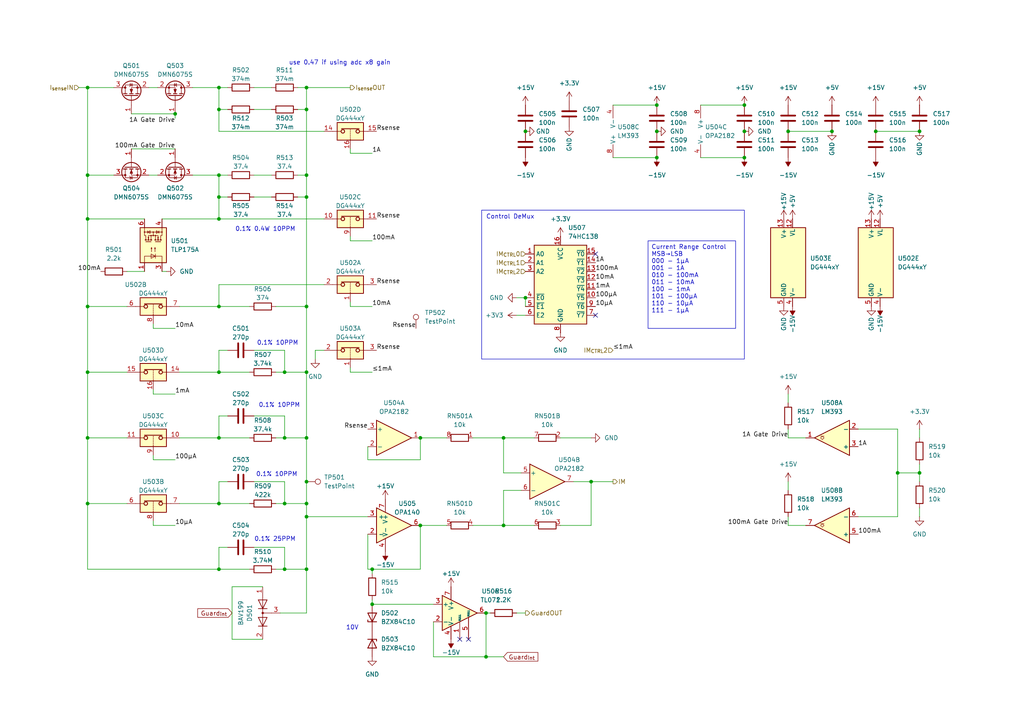
<source format=kicad_sch>
(kicad_sch (version 20231120) (generator "eeschema") (generator_version "8.0")
  (paper "A4")
  (title_block (title "DSMU A1 - Main Analogue Board, Current Ranging") (rev "DRAFT 1") (company "Fuckup Industries"))
  (junction (at 63.5 127))
  (junction (at 50.8 33.02))
  (junction (at 25.4 127))
  (junction (at 88.9 139.7))
  (junction (at 25.4 50.8))
  (junction (at 140.97 177.8))
  (junction (at 25.4 107.95))
  (junction (at 82.55 107.95))
  (junction (at 88.9 25.4))
  (junction (at 190.5 45.72))
  (junction (at 107.95 165.1))
  (junction (at 121.92 152.4))
  (junction (at 190.5 38.1))
  (junction (at 82.55 165.1))
  (junction (at 88.9 50.8))
  (junction (at 241.3 38.1))
  (junction (at 228.6 38.1))
  (junction (at 25.4 25.4))
  (junction (at 63.5 25.4))
  (junction (at 63.5 57.15))
  (junction (at 63.5 107.95))
  (junction (at 63.5 63.5))
  (junction (at 88.9 165.1))
  (junction (at 25.4 88.9))
  (junction (at 254 38.1))
  (junction (at 121.92 127))
  (junction (at 88.9 149.86))
  (junction (at 171.45 139.7))
  (junction (at 88.9 57.15))
  (junction (at 82.55 146.05))
  (junction (at 215.9 38.1))
  (junction (at 63.5 50.8))
  (junction (at 266.7 137.16))
  (junction (at 88.9 88.9))
  (junction (at 266.7 38.1))
  (junction (at 152.4 86.36))
  (junction (at 88.9 127))
  (junction (at 63.5 31.75))
  (junction (at 82.55 127))
  (junction (at 146.05 152.4))
  (junction (at 260.35 137.16))
  (junction (at 88.9 31.75))
  (junction (at 63.5 165.1))
  (junction (at 215.9 30.48))
  (junction (at 25.4 63.5))
  (junction (at 25.4 146.05))
  (junction (at 88.9 107.95))
  (junction (at 107.95 175.26))
  (junction (at 63.5 146.05))
  (junction (at 146.05 127))
  (junction (at 63.5 88.9))
  (junction (at 152.4 38.1))
  (junction (at 140.97 190.5))
  (junction (at 215.9 45.72))
  (junction (at 190.5 30.48))
  (junction (at 88.9 146.05))
  (no_connect (at 172.72 91.44))
  (no_connect (at 135.89 185.42))
  (no_connect (at 133.35 185.42))
  (no_connect (at 172.72 73.66))
  (wire (pts (xy 266.7 147.32) (xy 266.7 149.86)))
  (wire (pts (xy 63.5 50.8) (xy 63.5 57.15)))
  (wire (pts (xy 73.66 25.4) (xy 78.74 25.4)))
  (wire (pts (xy 86.36 25.4) (xy 88.9 25.4)))
  (wire (pts (xy 25.4 63.5) (xy 25.4 88.9)))
  (wire (pts (xy 67.31 185.42) (xy 76.2 185.42)))
  (wire (pts (xy 63.5 57.15) (xy 66.04 57.15)))
  (wire (pts (xy 55.88 25.4) (xy 63.5 25.4)))
  (wire (pts (xy 146.05 127) (xy 154.94 127)))
  (wire (pts (xy 91.44 101.6) (xy 93.98 101.6)))
  (wire (pts (xy 81.28 177.8) (xy 88.9 177.8)))
  (wire (pts (xy 106.68 129.54) (xy 106.68 133.35)))
  (wire (pts (xy 73.66 31.75) (xy 78.74 31.75)))
  (wire (pts (xy 63.5 63.5) (xy 63.5 57.15)))
  (wire (pts (xy 101.6 44.45) (xy 101.6 43.18)))
  (wire (pts (xy 125.73 180.34) (xy 125.73 190.5)))
  (wire (pts (xy 73.66 101.6) (xy 82.55 101.6)))
  (wire (pts (xy 146.05 142.24) (xy 146.05 152.4)))
  (wire (pts (xy 91.44 104.14) (xy 91.44 101.6)))
  (wire (pts (xy 228.6 114.3) (xy 228.6 116.84)))
  (wire (pts (xy 101.6 88.9) (xy 101.6 87.63)))
  (wire (pts (xy 140.97 190.5) (xy 146.05 190.5)))
  (wire (pts (xy 107.95 44.45) (xy 101.6 44.45)))
  (wire (pts (xy 82.55 120.65) (xy 82.55 127)))
  (wire (pts (xy 88.9 107.95) (xy 88.9 127)))
  (wire (pts (xy 63.5 38.1) (xy 93.98 38.1)))
  (wire (pts (xy 52.07 146.05) (xy 63.5 146.05)))
  (wire (pts (xy 88.9 57.15) (xy 88.9 88.9)))
  (wire (pts (xy 36.83 78.74) (xy 41.91 78.74)))
  (wire (pts (xy 25.4 127) (xy 25.4 146.05)))
  (wire (pts (xy 137.16 152.4) (xy 146.05 152.4)))
  (wire (pts (xy 76.2 170.18) (xy 67.31 170.18)))
  (wire (pts (xy 88.9 31.75) (xy 86.36 31.75)))
  (wire (pts (xy 63.5 101.6) (xy 66.04 101.6)))
  (wire (pts (xy 44.45 152.4) (xy 50.8 152.4)))
  (wire (pts (xy 82.55 127) (xy 88.9 127)))
  (wire (pts (xy 254 38.1) (xy 266.7 38.1)))
  (wire (pts (xy 63.5 127) (xy 63.5 120.65)))
  (wire (pts (xy 107.95 175.26) (xy 107.95 173.99)))
  (wire (pts (xy 25.4 25.4) (xy 25.4 50.8)))
  (wire (pts (xy 63.5 146.05) (xy 63.5 139.7)))
  (wire (pts (xy 88.9 25.4) (xy 88.9 31.75)))
  (wire (pts (xy 82.55 158.75) (xy 82.55 165.1)))
  (wire (pts (xy 25.4 50.8) (xy 33.02 50.8)))
  (wire (pts (xy 44.45 151.13) (xy 44.45 152.4)))
  (wire (pts (xy 146.05 127) (xy 146.05 137.16)))
  (wire (pts (xy 106.68 154.94) (xy 106.68 165.1)))
  (wire (pts (xy 50.8 95.25) (xy 44.45 95.25)))
  (wire (pts (xy 63.5 120.65) (xy 66.04 120.65)))
  (wire (pts (xy 266.7 134.62) (xy 266.7 137.16)))
  (wire (pts (xy 25.4 146.05) (xy 36.83 146.05)))
  (wire (pts (xy 82.55 146.05) (xy 80.01 146.05)))
  (wire (pts (xy 121.92 127) (xy 129.54 127)))
  (wire (pts (xy 63.5 107.95) (xy 72.39 107.95)))
  (wire (pts (xy 88.9 127) (xy 88.9 139.7)))
  (wire (pts (xy 25.4 165.1) (xy 63.5 165.1)))
  (wire (pts (xy 25.4 63.5) (xy 41.91 63.5)))
  (wire (pts (xy 107.95 88.9) (xy 101.6 88.9)))
  (wire (pts (xy 25.4 127) (xy 36.83 127)))
  (wire (pts (xy 25.4 107.95) (xy 25.4 127)))
  (wire (pts (xy 106.68 165.1) (xy 107.95 165.1)))
  (wire (pts (xy 25.4 25.4) (xy 33.02 25.4)))
  (wire (pts (xy 88.9 50.8) (xy 88.9 57.15)))
  (wire (pts (xy 228.6 127) (xy 233.68 127)))
  (wire (pts (xy 171.45 139.7) (xy 171.45 152.4)))
  (wire (pts (xy 203.2 30.48) (xy 215.9 30.48)))
  (wire (pts (xy 63.5 146.05) (xy 72.39 146.05)))
  (wire (pts (xy 38.1 33.02) (xy 50.8 33.02)))
  (wire (pts (xy 88.9 165.1) (xy 88.9 177.8)))
  (wire (pts (xy 228.6 152.4) (xy 233.68 152.4)))
  (wire (pts (xy 45.72 25.4) (xy 43.18 25.4)))
  (wire (pts (xy 171.45 139.7) (xy 177.8 139.7)))
  (wire (pts (xy 106.68 133.35) (xy 121.92 133.35)))
  (wire (pts (xy 152.4 86.36) (xy 152.4 88.9)))
  (wire (pts (xy 52.07 107.95) (xy 63.5 107.95)))
  (wire (pts (xy 63.5 31.75) (xy 63.5 38.1)))
  (wire (pts (xy 22.86 25.4) (xy 25.4 25.4)))
  (wire (pts (xy 45.72 50.8) (xy 43.18 50.8)))
  (wire (pts (xy 63.5 158.75) (xy 66.04 158.75)))
  (wire (pts (xy 63.5 25.4) (xy 63.5 31.75)))
  (wire (pts (xy 228.6 139.7) (xy 228.6 142.24)))
  (wire (pts (xy 260.35 137.16) (xy 266.7 137.16)))
  (wire (pts (xy 107.95 165.1) (xy 107.95 166.37)))
  (wire (pts (xy 121.92 152.4) (xy 129.54 152.4)))
  (wire (pts (xy 50.8 34.29) (xy 50.8 33.02)))
  (wire (pts (xy 260.35 137.16) (xy 260.35 149.86)))
  (wire (pts (xy 50.8 114.3) (xy 44.45 114.3)))
  (wire (pts (xy 93.98 82.55) (xy 63.5 82.55)))
  (wire (pts (xy 46.99 63.5) (xy 63.5 63.5)))
  (wire (pts (xy 73.66 50.8) (xy 78.74 50.8)))
  (wire (pts (xy 48.26 78.74) (xy 46.99 78.74)))
  (wire (pts (xy 88.9 88.9) (xy 88.9 107.95)))
  (wire (pts (xy 63.5 165.1) (xy 72.39 165.1)))
  (wire (pts (xy 177.8 30.48) (xy 190.5 30.48)))
  (wire (pts (xy 88.9 149.86) (xy 106.68 149.86)))
  (wire (pts (xy 67.31 170.18) (xy 67.31 185.42)))
  (wire (pts (xy 125.73 190.5) (xy 140.97 190.5)))
  (wire (pts (xy 82.55 107.95) (xy 88.9 107.95)))
  (wire (pts (xy 44.45 133.35) (xy 44.45 132.08)))
  (wire (pts (xy 82.55 146.05) (xy 88.9 146.05)))
  (wire (pts (xy 151.13 142.24) (xy 146.05 142.24)))
  (wire (pts (xy 44.45 114.3) (xy 44.45 113.03)))
  (wire (pts (xy 82.55 101.6) (xy 82.55 107.95)))
  (wire (pts (xy 162.56 152.4) (xy 171.45 152.4)))
  (wire (pts (xy 73.66 139.7) (xy 82.55 139.7)))
  (wire (pts (xy 149.86 91.44) (xy 152.4 91.44)))
  (wire (pts (xy 146.05 152.4) (xy 154.94 152.4)))
  (wire (pts (xy 63.5 158.75) (xy 63.5 165.1)))
  (wire (pts (xy 107.95 165.1) (xy 121.92 165.1)))
  (wire (pts (xy 82.55 139.7) (xy 82.55 146.05)))
  (wire (pts (xy 121.92 133.35) (xy 121.92 127)))
  (wire (pts (xy 260.35 149.86) (xy 248.92 149.86)))
  (wire (pts (xy 101.6 69.85) (xy 101.6 68.58)))
  (wire (pts (xy 149.86 177.8) (xy 152.4 177.8)))
  (wire (pts (xy 88.9 165.1) (xy 82.55 165.1)))
  (wire (pts (xy 73.66 158.75) (xy 82.55 158.75)))
  (wire (pts (xy 101.6 25.4) (xy 88.9 25.4)))
  (wire (pts (xy 25.4 146.05) (xy 25.4 165.1)))
  (wire (pts (xy 52.07 127) (xy 63.5 127)))
  (wire (pts (xy 25.4 50.8) (xy 25.4 63.5)))
  (wire (pts (xy 101.6 107.95) (xy 107.95 107.95)))
  (wire (pts (xy 137.16 127) (xy 146.05 127)))
  (wire (pts (xy 266.7 124.46) (xy 266.7 127)))
  (wire (pts (xy 228.6 149.86) (xy 228.6 152.4)))
  (wire (pts (xy 266.7 137.16) (xy 266.7 139.7)))
  (wire (pts (xy 107.95 69.85) (xy 101.6 69.85)))
  (wire (pts (xy 140.97 190.5) (xy 140.97 177.8)))
  (wire (pts (xy 248.92 124.46) (xy 260.35 124.46)))
  (wire (pts (xy 140.97 177.8) (xy 142.24 177.8)))
  (wire (pts (xy 203.2 45.72) (xy 215.9 45.72)))
  (wire (pts (xy 166.37 139.7) (xy 171.45 139.7)))
  (wire (pts (xy 73.66 57.15) (xy 78.74 57.15)))
  (wire (pts (xy 86.36 50.8) (xy 88.9 50.8)))
  (wire (pts (xy 25.4 88.9) (xy 25.4 107.95)))
  (wire (pts (xy 228.6 124.46) (xy 228.6 127)))
  (wire (pts (xy 88.9 149.86) (xy 88.9 165.1)))
  (wire (pts (xy 63.5 82.55) (xy 63.5 88.9)))
  (wire (pts (xy 66.04 50.8) (xy 63.5 50.8)))
  (wire (pts (xy 86.36 57.15) (xy 88.9 57.15)))
  (wire (pts (xy 25.4 107.95) (xy 36.83 107.95)))
  (wire (pts (xy 63.5 25.4) (xy 66.04 25.4)))
  (wire (pts (xy 88.9 31.75) (xy 88.9 50.8)))
  (wire (pts (xy 50.8 133.35) (xy 44.45 133.35)))
  (wire (pts (xy 63.5 127) (xy 72.39 127)))
  (wire (pts (xy 63.5 88.9) (xy 72.39 88.9)))
  (wire (pts (xy 149.86 86.36) (xy 152.4 86.36)))
  (wire (pts (xy 151.13 137.16) (xy 146.05 137.16)))
  (wire (pts (xy 101.6 107.95) (xy 101.6 106.68)))
  (wire (pts (xy 52.07 88.9) (xy 63.5 88.9)))
  (wire (pts (xy 63.5 63.5) (xy 93.98 63.5)))
  (wire (pts (xy 82.55 107.95) (xy 80.01 107.95)))
  (wire (pts (xy 88.9 139.7) (xy 88.9 146.05)))
  (wire (pts (xy 82.55 127) (xy 80.01 127)))
  (wire (pts (xy 177.8 45.72) (xy 190.5 45.72)))
  (wire (pts (xy 73.66 120.65) (xy 82.55 120.65)))
  (wire (pts (xy 44.45 95.25) (xy 44.45 93.98)))
  (wire (pts (xy 25.4 88.9) (xy 36.83 88.9)))
  (wire (pts (xy 162.56 127) (xy 171.45 127)))
  (wire (pts (xy 55.88 50.8) (xy 63.5 50.8)))
  (wire (pts (xy 38.1 43.18) (xy 50.8 43.18)))
  (wire (pts (xy 88.9 146.05) (xy 88.9 149.86)))
  (wire (pts (xy 63.5 139.7) (xy 66.04 139.7)))
  (wire (pts (xy 228.6 38.1) (xy 241.3 38.1)))
  (wire (pts (xy 80.01 88.9) (xy 88.9 88.9)))
  (wire (pts (xy 260.35 124.46) (xy 260.35 137.16)))
  (wire (pts (xy 80.01 165.1) (xy 82.55 165.1)))
  (wire (pts (xy 63.5 107.95) (xy 63.5 101.6)))
  (wire (pts (xy 63.5 31.75) (xy 66.04 31.75)))
  (wire (pts (xy 121.92 152.4) (xy 121.92 165.1)))
  (wire (pts (xy 125.73 175.26) (xy 107.95 175.26)))
  (rectangle (start 139.7 60.96) (end 215.9 104.14))
  (text_box "Current Range Control\nMSB→LSB\n000 - 1µA\n001 - 1A\n010 - 100mA\n011 - 10mA\n100 - 1mA\n101 - 100µA\n110 - 10µA\n111 - 1µA" (at 187.96 69.85 0) (size 25.4 25.4) (effects (font (size 1.27 1.27)) (justify left top)))
  (text "use 0.47 if using adc x8 gain\n" (at 98.552 18.288 0) (effects (font (size 1.27 1.27))))
  (text "0.1% 0.4W 10PPM\n" (at 76.962 66.548 0) (effects (font (size 1.27 1.27))))
  (text "Control DeMux" (at 140.97 62.23 0) (effects (font (size 1.27 1.27)) (justify left top)))
  (text "0.1% 10PPM\n" (at 80.518 99.568 0) (effects (font (size 1.27 1.27))))
  (text "0.1% 10PPM\n" (at 81.026 117.602 0) (effects (font (size 1.27 1.27))))
  (text "10V\n" (at 100.33 182.88 0) (effects (font (size 1.27 1.27)) (justify left bottom)))
  (text "0.1% 10PPM\n" (at 80.264 137.668 0) (effects (font (size 1.27 1.27))))
  (text "0.1% 25PPM\n" (at 79.756 156.464 0) (effects (font (size 1.27 1.27))))
  (label "100mA" (at 172.72 78.74 0))
  (label "Rsense" (at 109.22 38.1 0))
  (label "Rsense" (at 120.65 95.25 180))
  (label "100µA" (at 50.8 133.35 0))
  (label "100mA" (at 248.92 154.94 0))
  (label "10µA" (at 172.72 88.9 0))
  (label "Rsense" (at 106.68 124.46 180))
  (label "100mA" (at 29.21 78.74 180))
  (label "Rsense" (at 109.22 101.6 0))
  (label "1A" (at 248.92 129.54 0))
  (label "1mA" (at 50.8 114.3 0))
  (label "Rsense" (at 109.22 82.55 0))
  (label "1mA" (at 172.72 83.82 0))
  (label "100µA" (at 172.72 86.36 0))
  (label "100mA Gate Drive" (at 50.8 43.18 180))
  (label "1A Gate Drive" (at 50.8 34.29 180))
  (label "1A Gate Drive" (at 228.6 127 180))
  (label "10mA" (at 50.8 95.25 0))
  (label "≤1mA" (at 177.8 101.6 0))
  (label "10mA" (at 107.95 88.9 0))
  (label "≤1mA" (at 107.95 107.95 0))
  (label "1A" (at 172.72 76.2 0))
  (label "10mA" (at 172.72 81.28 0))
  (label "100mA Gate Drive" (at 228.6 152.4 180))
  (label "10µA" (at 50.8 152.4 0))
  (label "1A" (at 107.95 44.45 0))
  (label "Rsense" (at 109.22 63.5 0))
  (label "100mA" (at 107.95 69.85 0))
  (global_label "Guard_{int}" (shape input) (at 146.05 190.5 0) (property "Intersheetrefs" "${INTERSHEET_REFS}" (effects (hide yes))))
  (global_label "Guard_{int}" (shape input) (at 67.31 177.8 180) (property "Intersheetrefs" "${INTERSHEET_REFS}" (effects (hide yes))))
  (hierarchical_label "IM_{CTRL}0" (shape input) (at 152.4 73.66 180))
  (hierarchical_label "IM" (shape output) (at 177.8 139.7 0))
  (hierarchical_label "I_{sense}IN" (shape input) (at 22.86 25.4 180))
  (hierarchical_label "IM_{CTRL}2" (shape input) (at 177.8 101.6 180))
  (hierarchical_label "I_{sense}OUT" (shape output) (at 101.6 25.4 0))
  (hierarchical_label "GuardOUT" (shape output) (at 152.4 177.8 0))
  (hierarchical_label "IM_{CTRL}2" (shape input) (at 152.4 78.74 180))
  (hierarchical_label "IM_{CTRL}1" (shape input) (at 152.4 76.2 180))
  (symbol (lib_id "Transistor_FET:DMN6075S") (at 50.8 27.94 270) (mirror x) (unit 1)
    (property "Reference" "Q503" (at 50.8 19.05 90))
    (property "Value" "DMN6075S" (at 50.8 21.59 90))
    (property "Footprint" "Package_TO_SOT_SMD:SOT-23" (effects (hide yes)))
    (property "Datasheet" "http://www.diodes.com/assets/Datasheets/DMN6075S.pdf" (effects (hide yes)))
    (property "Description" "2.5A Id, 60V Vds, N-Channel MOSFET, SOT-23" (effects (hide yes)))
  )
  (symbol (lib_id "Device:C") (at 152.4 34.29 0) (unit 1)
    (property "Reference" "C505" (at 156.21 33.02 0) (effects (justify left)))
    (property "Value" "100n" (at 156.21 35.56 0) (effects (justify left)))
    (property "Footprint" "Capacitor_SMD:C_0603_1608Metric" (effects (hide yes)))
  )
  (symbol (lib_id "Device:C") (at 241.3 34.29 0) (unit 1)
    (property "Reference" "C514" (at 245.11 33.02 0) (effects (justify left)))
    (property "Value" "100n" (at 245.11 35.56 0) (effects (justify left)))
    (property "Footprint" "Capacitor_SMD:C_0603_1608Metric" (effects (hide yes)))
  )
  (symbol (lib_id "power:GND") (at 171.45 127 90) (unit 1)
    (property "Reference" "#PWR0517" (effects (hide yes)))
    (property "Value" "GND" (at 175.26 127 90) (effects (justify right)))
  )
  (symbol (lib_id "power:+15V") (at 190.5 30.48 0) (unit 1)
    (property "Reference" "#PWR0518" (effects (hide yes)))
    (property "Value" "+15V" (at 190.5 25.4 0))
  )
  (symbol (lib_id "Device:C") (at 69.85 158.75 90) (unit 1)
    (property "Reference" "C504" (at 69.85 152.4 90))
    (property "Value" "270p" (at 69.85 154.94 90))
    (property "Footprint" "Capacitor_SMD:C_0805_2012Metric" (effects (hide yes)))
  )
  (symbol (lib_id "Device:R") (at 82.55 31.75 90) (mirror x) (unit 1)
    (property "Reference" "R512" (at 69.85 34.29 90))
    (property "Value" "374m" (at 82.55 36.83 90))
    (property "Footprint" "Resistor_SMD:R_1206_3216Metric" (effects (hide yes)))
  )
  (symbol (lib_id "power:GND") (at 152.4 38.1 90) (unit 1)
    (property "Reference" "#PWR0511" (effects (hide yes)))
    (property "Value" "GND" (at 157.48 38.1 90))
  )
  (symbol (lib_id "power:GND") (at 266.7 38.1 0) (unit 1)
    (property "Reference" "#PWR0541" (effects (hide yes)))
    (property "Value" "GND" (at 266.7 43.18 90))
  )
  (symbol (lib_id "power:GND") (at 91.44 104.14 0) (unit 1)
    (property "Reference" "#PWR0502" (effects (hide yes)))
    (property "Value" "GND" (at 91.44 109.22 0))
  )
  (symbol (lib_id "Device:C") (at 254 41.91 0) (unit 1)
    (property "Reference" "C516" (at 257.81 40.64 0) (effects (justify left)))
    (property "Value" "100n" (at 257.81 43.18 0) (effects (justify left)))
    (property "Footprint" "Capacitor_SMD:C_0603_1608Metric" (effects (hide yes)))
  )
  (symbol (lib_id "power:GND") (at 107.95 190.5 0) (unit 1)
    (property "Reference" "#PWR0503" (effects (hide yes)))
    (property "Value" "GND" (at 107.95 195.58 0))
  )
  (symbol (lib_id "Analog_Switch:DG411xY") (at 101.6 101.6 0) (unit 1)
    (property "Reference" "U503" (at 101.6 95.25 0))
    (property "Value" "DG444xY" (at 101.6 97.79 0))
    (property "Footprint" "Package_SO:SOIC-16_3.9x9.9mm_P1.27mm" (effects (hide yes)))
    (property "Datasheet" "https://datasheets.maximintegrated.com/en/ds/DG411-DG413.pdf" (effects (hide yes)))
    (property "Description" "Quad SPST Monolithic CMOS Analog Switches, normally ON, 17Ohm Ron, SOIC-16" (effects (hide yes)))
  )
  (symbol (lib_id "power:GND") (at 190.5 38.1 90) (unit 1)
    (property "Reference" "#PWR0519" (effects (hide yes)))
    (property "Value" "GND" (at 194.31 38.1 90) (effects (justify right)))
  )
  (symbol (lib_id "Device:C") (at 254 34.29 0) (unit 1)
    (property "Reference" "C515" (at 257.81 33.02 0) (effects (justify left)))
    (property "Value" "100n" (at 257.81 35.56 0) (effects (justify left)))
    (property "Footprint" "Capacitor_SMD:C_0603_1608Metric" (effects (hide yes)))
  )
  (symbol (lib_id "Device:R") (at 82.55 57.15 90) (mirror x) (unit 1)
    (property "Reference" "R514" (at 82.55 59.69 90))
    (property "Value" "37.4" (at 69.85 62.23 90))
    (property "Footprint" "Resistor_SMD:R_1206_3216Metric" (effects (hide yes)))
  )
  (symbol (lib_id "power:+15V") (at 228.6 114.3 0) (unit 1)
    (property "Reference" "#PWR0528" (effects (hide yes)))
    (property "Value" "+15V" (at 228.6 109.22 0))
  )
  (symbol (lib_id "power:+3.3V") (at 266.7 124.46 0) (unit 1)
    (property "Reference" "#PWR0542" (effects (hide yes)))
    (property "Value" "+3.3V" (at 266.7 119.38 0))
    (property "Description" "Power symbol creates a global label with name \"+3.3V\"" (effects (hide yes)))
  )
  (symbol (lib_id "Device:C") (at 69.85 120.65 90) (unit 1)
    (property "Reference" "C502" (at 69.85 114.3 90))
    (property "Value" "270p" (at 69.85 116.84 90))
    (property "Footprint" "Capacitor_SMD:C_0805_2012Metric" (effects (hide yes)))
  )
  (symbol (lib_id "power:GND") (at 48.26 78.74 90) (mirror x) (unit 1)
    (property "Reference" "#PWR0501" (effects (hide yes)))
    (property "Value" "GND" (at 52.07 78.74 90) (effects (justify right)))
  )
  (symbol (lib_id "power:+15V") (at 252.73 63.5 0) (unit 1)
    (property "Reference" "#PWR0534" (effects (hide yes)))
    (property "Value" "+15V" (at 252.73 58.42 90))
  )
  (symbol (lib_id "Analog_Switch:DG411xY") (at 101.6 82.55 0) (unit 1)
    (property "Reference" "U502" (at 101.6 76.2 0))
    (property "Value" "DG444xY" (at 101.6 78.74 0))
    (property "Footprint" "Package_SO:SOIC-16_3.9x9.9mm_P1.27mm" (effects (hide yes)))
    (property "Datasheet" "https://datasheets.maximintegrated.com/en/ds/DG411-DG413.pdf" (effects (hide yes)))
    (property "Description" "Quad SPST Monolithic CMOS Analog Switches, normally ON, 17Ohm Ron, SOIC-16" (effects (hide yes)))
  )
  (symbol (lib_id "OPAx140:OPA140") (at 114.3 152.4 0) (unit 1)
    (property "Reference" "U505" (at 118.11 146.05 0))
    (property "Value" "OPA140" (at 118.11 148.59 0))
    (property "Footprint" "Package_SO:SOIC-8_3.9x4.9mm_P1.27mm" (effects (hide yes)))
  )
  (symbol (lib_id "power:-15V") (at 255.27 88.9 180) (unit 1)
    (property "Reference" "#PWR0539" (effects (hide yes)))
    (property "Value" "-15V" (at 255.27 93.98 90))
  )
  (symbol (lib_id "Device:R") (at 69.85 50.8 90) (unit 1)
    (property "Reference" "R504" (at 69.85 45.72 90))
    (property "Value" "37.4" (at 69.85 48.26 90))
    (property "Footprint" "Resistor_SMD:R_1206_3216Metric" (effects (hide yes)))
  )
  (symbol (lib_id "power:GND") (at 252.73 88.9 0) (unit 1)
    (property "Reference" "#PWR0535" (effects (hide yes)))
    (property "Value" "GND" (at 252.73 93.98 90))
  )
  (symbol (lib_id "Analog_Switch:DG411xY") (at 101.6 63.5 0) (unit 3)
    (property "Reference" "U502" (at 101.6 57.15 0))
    (property "Value" "DG444xY" (at 101.6 59.69 0))
    (property "Footprint" "Package_SO:SOIC-16_3.9x9.9mm_P1.27mm" (effects (hide yes)))
    (property "Datasheet" "https://datasheets.maximintegrated.com/en/ds/DG411-DG413.pdf" (effects (hide yes)))
    (property "Description" "Quad SPST Monolithic CMOS Analog Switches, normally ON, 17Ohm Ron, SOIC-16" (effects (hide yes)))
  )
  (symbol (lib_id "Device:R") (at 228.6 120.65 180) (unit 1)
    (property "Reference" "R517" (at 231.14 119.38 0) (effects (justify right)))
    (property "Value" "10k" (at 231.14 121.92 0) (effects (justify right)))
    (property "Footprint" "Resistor_SMD:R_0603_1608Metric" (effects (hide yes)))
  )
  (symbol (lib_id "opax182:OPA2182") (at 158.75 139.7 0) (unit 2)
    (property "Reference" "U504" (at 165.1 133.35 0))
    (property "Value" "OPA2182" (at 165.1 135.89 0))
    (property "Footprint" "Package_SO:SOIC-8_3.9x4.9mm_P1.27mm" (effects (hide yes)))
    (property "Datasheet" "https://www.ti.com/lit/ds/symlink/opa2145.pdf" (effects (hide yes)))
  )
  (symbol (lib_id "Device:R") (at 76.2 146.05 90) (unit 1)
    (property "Reference" "R509" (at 76.2 140.97 90))
    (property "Value" "422k" (at 76.2 143.51 90))
    (property "Footprint" "Resistor_SMD:R_1206_3216Metric" (effects (hide yes)))
  )
  (symbol (lib_id "Device:R") (at 107.95 170.18 180) (unit 1)
    (property "Reference" "R515" (at 110.49 168.91 0) (effects (justify right)))
    (property "Value" "10k" (at 110.49 171.45 0) (effects (justify right)))
    (property "Footprint" "Resistor_SMD:R_0603_1608Metric" (effects (hide yes)))
  )
  (symbol (lib_id "Device:R_Pack04_Split") (at 158.75 127 90) (unit 2)
    (property "Reference" "RN501" (at 158.75 120.65 90))
    (property "Value" "10k" (at 158.75 123.19 90))
    (property "Footprint" "Resistor_SMD:R_Array_Convex_4x0612" (effects (hide yes)))
  )
  (symbol (lib_id "power:+5V") (at 241.3 30.48 0) (unit 1)
    (property "Reference" "#PWR0532" (effects (hide yes)))
    (property "Value" "+5V" (at 241.3 25.4 0))
    (property "Description" "Power symbol creates a global label with name \"+5V\"" (effects (hide yes)))
  )
  (symbol (lib_id "Device:C") (at 228.6 34.29 0) (unit 1)
    (property "Reference" "C512" (at 232.41 33.02 0) (effects (justify left)))
    (property "Value" "100n" (at 232.41 35.56 0) (effects (justify left)))
    (property "Footprint" "Capacitor_SMD:C_0603_1608Metric" (effects (hide yes)))
  )
  (symbol (lib_id "Device:R_Pack04_Split") (at 133.35 127 90) (unit 1)
    (property "Reference" "RN501" (at 133.35 120.65 90))
    (property "Value" "10k" (at 133.35 123.19 90))
    (property "Footprint" "Resistor_SMD:R_Array_Convex_4x0612" (effects (hide yes)))
  )
  (symbol (lib_id "power:+15V") (at 215.9 30.48 0) (unit 1)
    (property "Reference" "#PWR0521" (effects (hide yes)))
    (property "Value" "+15V" (at 215.9 25.4 0))
  )
  (symbol (lib_id "Transistor_FET:DMN6075S") (at 50.8 48.26 270) (unit 1)
    (property "Reference" "Q504" (at 38.1 54.61 90))
    (property "Value" "DMN6075S" (at 50.8 57.15 90))
    (property "Footprint" "Package_TO_SOT_SMD:SOT-23" (effects (hide yes)))
    (property "Datasheet" "http://www.diodes.com/assets/Datasheets/DMN6075S.pdf" (effects (hide yes)))
    (property "Description" "2.5A Id, 60V Vds, N-Channel MOSFET, SOT-23" (effects (hide yes)))
  )
  (symbol (lib_id "Device:C") (at 69.85 139.7 90) (unit 1)
    (property "Reference" "C503" (at 69.85 133.35 90))
    (property "Value" "270p" (at 69.85 135.89 90))
    (property "Footprint" "Capacitor_SMD:C_0805_2012Metric" (effects (hide yes)))
  )
  (symbol (lib_id "power:-15V") (at 228.6 45.72 180) (unit 1)
    (property "Reference" "#PWR0527" (effects (hide yes)))
    (property "Value" "-15V" (at 228.6 50.8 0))
  )
  (symbol (lib_id "power:GND") (at 227.33 88.9 0) (unit 1)
    (property "Reference" "#PWR0525" (effects (hide yes)))
    (property "Value" "GND" (at 227.33 93.98 90))
  )
  (symbol (lib_id "Comparator:LM393") (at 175.26 38.1 180) (unit 3)
    (property "Reference" "U508" (at 179.07 36.8299 0) (effects (justify right)))
    (property "Value" "LM393" (at 179.07 39.3699 0) (effects (justify right)))
    (property "Footprint" "Package_SO:SOIC-8_3.9x4.9mm_P1.27mm" (effects (hide yes)))
    (property "Datasheet" "http://www.ti.com/lit/ds/symlink/lm393.pdf" (effects (hide yes)))
    (property "Description" "Low-Power, Low-Offset Voltage, Dual Comparators, DIP-8/SOIC-8/TO-99-8" (effects (hide yes)))
  )
  (symbol (lib_id "Device:R") (at 82.55 50.8 90) (unit 1)
    (property "Reference" "R513" (at 82.55 45.72 90))
    (property "Value" "37.4" (at 82.55 48.26 90))
    (property "Footprint" "Resistor_SMD:R_1206_3216Metric" (effects (hide yes)))
  )
  (symbol (lib_id "power:+15V") (at 130.81 170.18 0) (unit 1)
    (property "Reference" "#PWR0506" (effects (hide yes)))
    (property "Value" "+15V" (at 130.81 166.37 0))
  )
  (symbol (lib_id "Comparator:LM393") (at 241.3 152.4 180) (unit 2)
    (property "Reference" "U508" (at 241.3 142.24 0))
    (property "Value" "LM393" (at 241.3 144.78 0))
    (property "Footprint" "Package_SO:SOIC-8_3.9x4.9mm_P1.27mm" (effects (hide yes)))
    (property "Datasheet" "http://www.ti.com/lit/ds/symlink/lm393.pdf" (effects (hide yes)))
    (property "Description" "Low-Power, Low-Offset Voltage, Dual Comparators, DIP-8/SOIC-8/TO-99-8" (effects (hide yes)))
  )
  (symbol (lib_id "Device:R") (at 69.85 31.75 90) (mirror x) (unit 1)
    (property "Reference" "R503" (at 82.55 34.29 90))
    (property "Value" "374m" (at 69.85 36.83 90))
    (property "Footprint" "Resistor_SMD:R_1206_3216Metric" (effects (hide yes)))
  )
  (symbol (lib_id "Connector:TestPoint") (at 120.65 95.25 0) (unit 1)
    (property "Reference" "TP502" (at 123.19 90.6779 0) (effects (justify left)))
    (property "Value" "TestPoint" (at 123.19 93.2179 0) (effects (justify left)))
    (property "Footprint" "Connector_Pin:Pin_D1.0mm_L10.0mm" (effects (hide yes)))
    (property "Description" "test point" (effects (hide yes)))
  )
  (symbol (lib_id "Analog_Switch:DG411xY") (at 44.45 146.05 0) (unit 2)
    (property "Reference" "U503" (at 44.45 139.7 0))
    (property "Value" "DG444xY" (at 44.45 142.24 0))
    (property "Footprint" "Package_SO:SOIC-16_3.9x9.9mm_P1.27mm" (effects (hide yes)))
    (property "Datasheet" "https://datasheets.maximintegrated.com/en/ds/DG411-DG413.pdf" (effects (hide yes)))
    (property "Description" "Quad SPST Monolithic CMOS Analog Switches, normally ON, 17Ohm Ron, SOIC-16" (effects (hide yes)))
  )
  (symbol (lib_id "power:+5V") (at 266.7 30.48 0) (unit 1)
    (property "Reference" "#PWR0540" (effects (hide yes)))
    (property "Value" "+5V" (at 266.7 25.4 0))
    (property "Description" "Power symbol creates a global label with name \"+5V\"" (effects (hide yes)))
  )
  (symbol (lib_id "Device:C") (at 215.9 34.29 0) (unit 1)
    (property "Reference" "C510" (at 219.71 33.02 0) (effects (justify left)))
    (property "Value" "100n" (at 219.71 35.56 0) (effects (justify left)))
    (property "Footprint" "Capacitor_SMD:C_0603_1608Metric" (effects (hide yes)))
  )
  (symbol (lib_id "opax182:OPA2182") (at 205.74 38.1 0) (unit 3)
    (property "Reference" "U504" (at 204.47 36.83 0) (effects (justify left)))
    (property "Value" "OPA2182" (at 204.47 39.37 0) (effects (justify left)))
    (property "Footprint" "Package_SO:SOIC-8_3.9x4.9mm_P1.27mm" (effects (hide yes)))
    (property "Datasheet" "https://www.ti.com/lit/ds/symlink/opa2145.pdf" (effects (hide yes)))
  )
  (symbol (lib_id "Device:R_Pack04_Split") (at 133.35 152.4 90) (unit 4)
    (property "Reference" "RN501" (at 133.35 146.05 90))
    (property "Value" "10k" (at 133.35 148.59 90))
    (property "Footprint" "Resistor_SMD:R_Array_Convex_4x0612" (effects (hide yes)))
  )
  (symbol (lib_id "Analog_Switch:DG411xY") (at 101.6 38.1 0) (mirror y) (unit 4)
    (property "Reference" "U502" (at 101.6 31.75 0))
    (property "Value" "DG444xY" (at 101.6 34.29 0))
    (property "Footprint" "Package_SO:SOIC-16_3.9x9.9mm_P1.27mm" (effects (hide yes)))
    (property "Datasheet" "https://datasheets.maximintegrated.com/en/ds/DG411-DG413.pdf" (effects (hide yes)))
    (property "Description" "Quad SPST Monolithic CMOS Analog Switches, normally ON, 17Ohm Ron, SOIC-16" (effects (hide yes)))
  )
  (symbol (lib_id "Device:C") (at 190.5 34.29 0) (unit 1)
    (property "Reference" "C508" (at 194.31 33.02 0) (effects (justify left)))
    (property "Value" "100n" (at 194.31 35.56 0) (effects (justify left)))
    (property "Footprint" "Capacitor_SMD:C_0603_1608Metric" (effects (hide yes)))
  )
  (symbol (lib_id "Analog_Switch:DG411xY") (at 252.73 76.2 0) (unit 5)
    (property "Reference" "U502" (at 260.35 74.9299 0) (effects (justify left)))
    (property "Value" "DG444xY" (at 260.35 77.4699 0) (effects (justify left)))
    (property "Footprint" "Package_SO:SOIC-16_3.9x9.9mm_P1.27mm" (effects (hide yes)))
    (property "Datasheet" "https://datasheets.maximintegrated.com/en/ds/DG411-DG413.pdf" (effects (hide yes)))
    (property "Description" "Quad SPST Monolithic CMOS Analog Switches, normally ON, 17Ohm Ron, SOIC-16" (effects (hide yes)))
  )
  (symbol (lib_id "Transistor_FET:DMN6075S") (at 38.1 27.94 90) (unit 1)
    (property "Reference" "Q501" (at 38.1 19.05 90))
    (property "Value" "DMN6075S" (at 38.1 21.59 90))
    (property "Footprint" "Package_TO_SOT_SMD:SOT-23" (effects (hide yes)))
    (property "Datasheet" "http://www.diodes.com/assets/Datasheets/DMN6075S.pdf" (effects (hide yes)))
    (property "Description" "2.5A Id, 60V Vds, N-Channel MOSFET, SOT-23" (effects (hide yes)))
  )
  (symbol (lib_id "power:+15V") (at 111.76 144.78 0) (unit 1)
    (property "Reference" "#PWR0504" (effects (hide yes)))
    (property "Value" "+15V" (at 111.76 140.97 0))
  )
  (symbol (lib_id "Transistor_FET:DMN6075S") (at 38.1 48.26 90) (mirror x) (unit 1)
    (property "Reference" "Q502" (at 50.8 54.61 90))
    (property "Value" "DMN6075S" (at 38.1 57.15 90))
    (property "Footprint" "Package_TO_SOT_SMD:SOT-23" (effects (hide yes)))
    (property "Datasheet" "http://www.diodes.com/assets/Datasheets/DMN6075S.pdf" (effects (hide yes)))
    (property "Description" "2.5A Id, 60V Vds, N-Channel MOSFET, SOT-23" (effects (hide yes)))
  )
  (symbol (lib_id "Device:C") (at 228.6 41.91 0) (unit 1)
    (property "Reference" "C513" (at 232.41 40.64 0) (effects (justify left)))
    (property "Value" "100n" (at 232.41 43.18 0) (effects (justify left)))
    (property "Footprint" "Capacitor_SMD:C_0603_1608Metric" (effects (hide yes)))
  )
  (symbol (lib_id "Analog_Switch:DG411xY") (at 227.33 76.2 0) (unit 5)
    (property "Reference" "U503" (at 234.95 74.9299 0) (effects (justify left)))
    (property "Value" "DG444xY" (at 234.95 77.4699 0) (effects (justify left)))
    (property "Footprint" "Package_SO:SOIC-16_3.9x9.9mm_P1.27mm" (effects (hide yes)))
    (property "Datasheet" "https://datasheets.maximintegrated.com/en/ds/DG411-DG413.pdf" (effects (hide yes)))
    (property "Description" "Quad SPST Monolithic CMOS Analog Switches, normally ON, 17Ohm Ron, SOIC-16" (effects (hide yes)))
  )
  (symbol (lib_id "Device:R") (at 266.7 130.81 180) (unit 1)
    (property "Reference" "R519" (at 269.24 129.54 0) (effects (justify right)))
    (property "Value" "10k" (at 269.24 132.08 0) (effects (justify right)))
    (property "Footprint" "Resistor_SMD:R_0603_1608Metric" (effects (hide yes)))
  )
  (symbol (lib_id "Device:R") (at 76.2 107.95 90) (unit 1)
    (property "Reference" "R507" (at 76.2 102.87 90))
    (property "Value" "3.74k" (at 76.2 105.41 90))
    (property "Footprint" "Resistor_SMD:R_0805_2012Metric" (effects (hide yes)))
  )
  (symbol (lib_id "power:+15V") (at 228.6 30.48 0) (unit 1)
    (property "Reference" "#PWR0526" (effects (hide yes)))
    (property "Value" "+15V" (at 228.6 25.4 0))
  )
  (symbol (lib_name "GND_1") (lib_id "power:GND") (at 266.7 149.86 0) (unit 1)
    (property "Reference" "#PWR0543" (effects (hide yes)))
    (property "Value" "GND" (at 266.7 154.94 0))
    (property "Description" "Power symbol creates a global label with name \"GND\" , ground" (effects (hide yes)))
  )
  (symbol (lib_id "Device:R_Pack04_Split") (at 158.75 152.4 90) (unit 3)
    (property "Reference" "RN501" (at 158.75 146.05 90))
    (property "Value" "10k" (at 158.75 148.59 90))
    (property "Footprint" "Resistor_SMD:R_Array_Convex_4x0612" (effects (hide yes)))
  )
  (symbol (lib_id "power:-15V") (at 111.76 160.02 180) (unit 1)
    (property "Reference" "#PWR0505" (effects (hide yes)))
    (property "Value" "-15V" (at 111.76 163.83 0))
  )
  (symbol (lib_id "power:GND") (at 165.1 36.83 0) (unit 1)
    (property "Reference" "#PWR0516" (effects (hide yes)))
    (property "Value" "GND" (at 165.1 41.91 90))
  )
  (symbol (lib_id "Relay_SolidState:TLP175A") (at 44.45 71.12 90) (unit 1)
    (property "Reference" "U501" (at 49.53 69.85 90) (effects (justify right)))
    (property "Value" "TLP175A" (at 49.53 72.39 90) (effects (justify right)))
    (property "Footprint" "Package_SO:MFSOP6-4_4.4x3.6mm_P1.27mm" (effects (hide yes)))
    (property "Datasheet" "https://toshiba.semicon-storage.com/info/docget.jsp?did=13665&prodName=TLP175A" (effects (hide yes)))
  )
  (symbol (lib_id "Device:R") (at 69.85 57.15 90) (mirror x) (unit 1)
    (property "Reference" "R505" (at 69.85 59.69 90))
    (property "Value" "37.4" (at 82.55 62.23 90))
    (property "Footprint" "Resistor_SMD:R_1206_3216Metric" (effects (hide yes)))
  )
  (symbol (lib_name "GND_2") (lib_id "power:GND") (at 149.86 86.36 270) (unit 1)
    (property "Reference" "#PWR0508" (effects (hide yes)))
    (property "Value" "GND" (at 146.05 86.3599 90) (effects (justify right)))
    (property "Description" "Power symbol creates a global label with name \"GND\" , ground" (effects (hide yes)))
  )
  (symbol (lib_id "Analog_Switch:DG411xY") (at 44.45 127 0) (mirror y) (unit 3)
    (property "Reference" "U503" (at 44.45 120.65 0))
    (property "Value" "DG444xY" (at 44.45 123.19 0))
    (property "Footprint" "Package_SO:SOIC-16_3.9x9.9mm_P1.27mm" (effects (hide yes)))
    (property "Datasheet" "https://datasheets.maximintegrated.com/en/ds/DG411-DG413.pdf" (effects (hide yes)))
    (property "Description" "Quad SPST Monolithic CMOS Analog Switches, normally ON, 17Ohm Ron, SOIC-16" (effects (hide yes)))
  )
  (symbol (lib_id "Diode:BZX84Cxx") (at 107.95 186.69 270) (unit 1)
    (property "Reference" "D503" (at 110.49 185.4199 90) (effects (justify left)))
    (property "Value" "BZX84C10" (at 110.49 187.9599 90) (effects (justify left)))
    (property "Footprint" "Package_TO_SOT_SMD:SOT-23" (effects (hide yes)))
    (property "Datasheet" "https://diotec.com/tl_files/diotec/files/pdf/datasheets/bzx84c2v4.pdf" (effects (hide yes)))
    (property "Description" "300mW Zener Diode, SOT-23" (effects (hide yes)))
  )
  (symbol (lib_id "Device:R") (at 228.6 146.05 180) (unit 1)
    (property "Reference" "R518" (at 231.14 144.78 0) (effects (justify right)))
    (property "Value" "10k" (at 231.14 147.32 0) (effects (justify right)))
    (property "Footprint" "Resistor_SMD:R_0603_1608Metric" (effects (hide yes)))
  )
  (symbol (lib_id "Comparator:LM393") (at 241.3 127 180) (unit 1)
    (property "Reference" "U508" (at 241.3 116.84 0))
    (property "Value" "LM393" (at 241.3 119.38 0))
    (property "Footprint" "Package_SO:SOIC-8_3.9x4.9mm_P1.27mm" (effects (hide yes)))
    (property "Datasheet" "http://www.ti.com/lit/ds/symlink/lm393.pdf" (effects (hide yes)))
    (property "Description" "Low-Power, Low-Offset Voltage, Dual Comparators, DIP-8/SOIC-8/TO-99-8" (effects (hide yes)))
  )
  (symbol (lib_id "power:+5V") (at 255.27 63.5 0) (unit 1)
    (property "Reference" "#PWR0538" (effects (hide yes)))
    (property "Value" "+5V" (at 255.27 58.42 90))
    (property "Description" "Power symbol creates a global label with name \"+5V\"" (effects (hide yes)))
  )
  (symbol (lib_id "Device:C") (at 266.7 34.29 0) (unit 1)
    (property "Reference" "C517" (at 270.51 33.02 0) (effects (justify left)))
    (property "Value" "100n" (at 270.51 35.56 0) (effects (justify left)))
    (property "Footprint" "Capacitor_SMD:C_0603_1608Metric" (effects (hide yes)))
  )
  (symbol (lib_id "power:+3V3") (at 149.86 91.44 90) (unit 1)
    (property "Reference" "#PWR0509" (effects (hide yes)))
    (property "Value" "+3V3" (at 146.05 91.4399 90) (effects (justify left)))
    (property "Description" "Power symbol creates a global label with name \"+3V3\"" (effects (hide yes)))
  )
  (symbol (lib_id "Analog_Switch:DG411xY") (at 44.45 88.9 0) (unit 2)
    (property "Reference" "U502" (at 39.37 82.55 0))
    (property "Value" "DG444xY" (at 44.45 85.09 0))
    (property "Footprint" "Package_SO:SOIC-16_3.9x9.9mm_P1.27mm" (effects (hide yes)))
    (property "Datasheet" "https://datasheets.maximintegrated.com/en/ds/DG411-DG413.pdf" (effects (hide yes)))
    (property "Description" "Quad SPST Monolithic CMOS Analog Switches, normally ON, 17Ohm Ron, SOIC-16" (effects (hide yes)))
  )
  (symbol (lib_id "power:GND") (at 241.3 38.1 0) (unit 1)
    (property "Reference" "#PWR0533" (effects (hide yes)))
    (property "Value" "GND" (at 241.3 43.18 90))
  )
  (symbol (lib_id "Device:R") (at 82.55 25.4 90) (unit 1)
    (property "Reference" "R511" (at 82.55 20.32 90))
    (property "Value" "374m" (at 82.55 22.86 90))
    (property "Footprint" "Resistor_SMD:R_1206_3216Metric" (effects (hide yes)))
  )
  (symbol (lib_id "Device:C") (at 215.9 41.91 0) (unit 1)
    (property "Reference" "C511" (at 219.71 40.64 0) (effects (justify left)))
    (property "Value" "100n" (at 219.71 43.18 0) (effects (justify left)))
    (property "Footprint" "Capacitor_SMD:C_0603_1608Metric" (effects (hide yes)))
  )
  (symbol (lib_id "Device:C") (at 165.1 33.02 0) (unit 1)
    (property "Reference" "C507" (at 168.91 31.75 0) (effects (justify left)))
    (property "Value" "100n" (at 168.91 34.29 0) (effects (justify left)))
    (property "Footprint" "Capacitor_SMD:C_0603_1608Metric" (effects (hide yes)))
  )
  (symbol (lib_id "Device:R") (at 266.7 143.51 180) (unit 1)
    (property "Reference" "R520" (at 269.24 142.24 0) (effects (justify right)))
    (property "Value" "10k" (at 269.24 144.78 0) (effects (justify right)))
    (property "Footprint" "Resistor_SMD:R_0603_1608Metric" (effects (hide yes)))
  )
  (symbol (lib_id "Device:R") (at 76.2 165.1 90) (unit 1)
    (property "Reference" "R510" (at 76.2 160.02 90))
    (property "Value" "3.74M" (at 76.2 162.56 90))
    (property "Footprint" "Resistor_SMD:R_1206_3216Metric" (effects (hide yes)))
  )
  (symbol (lib_id "Amplifier_Operational:TL071") (at 133.35 177.8 0) (unit 1)
    (property "Reference" "U506" (at 142.24 171.4814 0))
    (property "Value" "TL071" (at 142.24 174.0214 0))
    (property "Footprint" "Package_SO:SOIC-8_3.9x4.9mm_P1.27mm" (effects (hide yes)))
    (property "Datasheet" "http://www.ti.com/lit/ds/symlink/tl071.pdf" (effects (hide yes)))
    (property "Description" "Single Low-Noise JFET-Input Operational Amplifiers, DIP-8/SOIC-8" (effects (hide yes)))
  )
  (symbol (lib_id "Device:C") (at 152.4 41.91 0) (unit 1)
    (property "Reference" "C506" (at 156.21 40.64 0) (effects (justify left)))
    (property "Value" "100n" (at 156.21 43.18 0) (effects (justify left)))
    (property "Footprint" "Capacitor_SMD:C_0603_1608Metric" (effects (hide yes)))
  )
  (symbol (lib_id "Analog_Switch:DG411xY") (at 44.45 107.95 0) (unit 4)
    (property "Reference" "U503" (at 44.45 101.6 0))
    (property "Value" "DG444xY" (at 44.45 104.14 0))
    (property "Footprint" "Package_SO:SOIC-16_3.9x9.9mm_P1.27mm" (effects (hide yes)))
    (property "Datasheet" "https://datasheets.maximintegrated.com/en/ds/DG411-DG413.pdf" (effects (hide yes)))
    (property "Description" "Quad SPST Monolithic CMOS Analog Switches, normally ON, 17Ohm Ron, SOIC-16" (effects (hide yes)))
  )
  (symbol (lib_id "power:-15V") (at 152.4 45.72 180) (unit 1)
    (property "Reference" "#PWR0512" (effects (hide yes)))
    (property "Value" "-15V" (at 152.4 50.8 0))
  )
  (symbol (lib_id "Device:R") (at 69.85 25.4 90) (unit 1)
    (property "Reference" "R502" (at 69.85 20.32 90))
    (property "Value" "374m" (at 69.85 22.86 90))
    (property "Footprint" "Resistor_SMD:R_1206_3216Metric" (effects (hide yes)))
  )
  (symbol (lib_id "power:GND") (at 215.9 38.1 90) (unit 1)
    (property "Reference" "#PWR0522" (effects (hide yes)))
    (property "Value" "GND" (at 219.71 38.1 90) (effects (justify right)))
  )
  (symbol (lib_id "Diode:BZX84Cxx") (at 107.95 179.07 90) (unit 1)
    (property "Reference" "D502" (at 110.49 177.7999 90) (effects (justify right)))
    (property "Value" "BZX84C10" (at 110.49 180.3399 90) (effects (justify right)))
    (property "Footprint" "Package_TO_SOT_SMD:SOT-23" (effects (hide yes)))
    (property "Datasheet" "https://diotec.com/tl_files/diotec/files/pdf/datasheets/bzx84c2v4.pdf" (effects (hide yes)))
    (property "Description" "300mW Zener Diode, SOT-23" (effects (hide yes)))
  )
  (symbol (lib_id "Device:C") (at 190.5 41.91 0) (unit 1)
    (property "Reference" "C509" (at 194.31 40.64 0) (effects (justify left)))
    (property "Value" "100n" (at 194.31 43.18 0) (effects (justify left)))
    (property "Footprint" "Capacitor_SMD:C_0603_1608Metric" (effects (hide yes)))
  )
  (symbol (lib_id "74xx:74HC138") (at 162.56 83.82 0) (unit 1)
    (property "Reference" "U507" (at 164.7541 66.04 0) (effects (justify left)))
    (property "Value" "74HC138" (at 164.7541 68.58 0) (effects (justify left)))
    (property "Footprint" "Package_SO:SOIC-16_3.9x9.9mm_P1.27mm" (effects (hide yes)))
    (property "Datasheet" "http://www.ti.com/lit/ds/symlink/cd74hc238.pdf" (effects (hide yes)))
    (property "Description" "3-to-8 line decoder/multiplexer inverting, DIP-16/SOIC-16/SSOP-16" (effects (hide yes)))
  )
  (symbol (lib_id "power:+15V") (at 254 30.48 0) (unit 1)
    (property "Reference" "#PWR0536" (effects (hide yes)))
    (property "Value" "+15V" (at 254 25.4 0))
  )
  (symbol (lib_id "power:+3.3V") (at 162.56 68.58 0) (unit 1)
    (property "Reference" "#PWR0513" (effects (hide yes)))
    (property "Value" "+3.3V" (at 162.56 63.5 0))
    (property "Description" "Power symbol creates a global label with name \"+3.3V\"" (effects (hide yes)))
  )
  (symbol (lib_id "Device:R") (at 76.2 88.9 90) (unit 1)
    (property "Reference" "R506" (at 76.2 83.82 90))
    (property "Value" "374" (at 76.2 86.36 90))
    (property "Footprint" "Resistor_SMD:R_0805_2012Metric" (effects (hide yes)))
  )
  (symbol (lib_id "power:-15V") (at 229.87 88.9 180) (unit 1)
    (property "Reference" "#PWR0531" (effects (hide yes)))
    (property "Value" "-15V" (at 229.87 93.98 90))
  )
  (symbol (lib_id "Device:R") (at 33.02 78.74 270) (mirror x) (unit 1)
    (property "Reference" "R501" (at 33.02 72.39 90))
    (property "Value" "2.2k" (at 33.02 74.93 90))
    (property "Footprint" "Resistor_SMD:R_0603_1608Metric" (effects (hide yes)))
  )
  (symbol (lib_id "Connector:TestPoint") (at 88.9 139.7 270) (unit 1)
    (property "Reference" "TP501" (at 93.98 138.4299 90) (effects (justify left)))
    (property "Value" "TestPoint" (at 93.98 140.9699 90) (effects (justify left)))
    (property "Footprint" "Connector_Pin:Pin_D1.0mm_L10.0mm" (effects (hide yes)))
    (property "Description" "test point" (effects (hide yes)))
  )
  (symbol (lib_name "GND_2") (lib_id "power:GND") (at 162.56 96.52 0) (unit 1)
    (property "Reference" "#PWR0514" (effects (hide yes)))
    (property "Value" "GND" (at 162.56 101.6 0))
    (property "Description" "Power symbol creates a global label with name \"GND\" , ground" (effects (hide yes)))
  )
  (symbol (lib_id "power:+15V") (at 227.33 63.5 0) (unit 1)
    (property "Reference" "#PWR0524" (effects (hide yes)))
    (property "Value" "+15V" (at 227.33 58.42 90))
  )
  (symbol (lib_id "power:-15V") (at 215.9 45.72 180) (unit 1)
    (property "Reference" "#PWR0523" (effects (hide yes)))
    (property "Value" "-15V" (at 215.9 50.8 0))
  )
  (symbol (lib_id "opax182:OPA2182") (at 114.3 127 0) (unit 1)
    (property "Reference" "U504" (at 114.3 116.84 0))
    (property "Value" "OPA2182" (at 114.3 119.38 0))
    (property "Footprint" "Package_SO:SOIC-8_3.9x4.9mm_P1.27mm" (effects (hide yes)))
    (property "Datasheet" "https://www.ti.com/lit/ds/symlink/opa2145.pdf" (effects (hide yes)))
  )
  (symbol (lib_id "power:+3.3V") (at 165.1 29.21 0) (unit 1)
    (property "Reference" "#PWR0515" (effects (hide yes)))
    (property "Value" "+3.3V" (at 165.1 24.13 0))
    (property "Description" "Power symbol creates a global label with name \"+3.3V\"" (effects (hide yes)))
  )
  (symbol (lib_id "power:-15V") (at 254 45.72 180) (unit 1)
    (property "Reference" "#PWR0537" (effects (hide yes)))
    (property "Value" "-15V" (at 254 50.8 0))
  )
  (symbol (lib_id "power:+5V") (at 229.87 63.5 0) (unit 1)
    (property "Reference" "#PWR0530" (effects (hide yes)))
    (property "Value" "+5V" (at 229.87 58.42 90))
    (property "Description" "Power symbol creates a global label with name \"+5V\"" (effects (hide yes)))
  )
  (symbol (lib_id "power:+15V") (at 228.6 139.7 0) (unit 1)
    (property "Reference" "#PWR0529" (effects (hide yes)))
    (property "Value" "+15V" (at 228.6 134.62 0))
  )
  (symbol (lib_id "power:+15V") (at 152.4 30.48 0) (unit 1)
    (property "Reference" "#PWR0510" (effects (hide yes)))
    (property "Value" "+15V" (at 152.4 25.4 0))
  )
  (symbol (lib_id "Diode:BAV99") (at 76.2 177.8 90) (mirror x) (unit 1)
    (property "Reference" "D501" (at 72.39 177.8 0))
    (property "Value" "BAV199" (at 69.85 177.8 0))
    (property "Footprint" "Package_TO_SOT_SMD:SOT-23" (effects (hide yes)))
    (property "Datasheet" "https://assets.nexperia.com/documents/data-sheet/BAV199_SER.pdf" (effects (hide yes)))
  )
  (symbol (lib_id "Device:C") (at 69.85 101.6 90) (unit 1)
    (property "Reference" "C501" (at 69.85 95.25 90))
    (property "Value" "270p" (at 69.85 97.79 90))
    (property "Footprint" "Capacitor_SMD:C_0805_2012Metric" (effects (hide yes)))
  )
  (symbol (lib_id "power:-15V") (at 190.5 45.72 180) (unit 1)
    (property "Reference" "#PWR0520" (effects (hide yes)))
    (property "Value" "-15V" (at 190.5 50.8 0))
  )
  (symbol (lib_id "Device:R") (at 146.05 177.8 90) (unit 1)
    (property "Reference" "R516" (at 146.05 171.45 90))
    (property "Value" "2.2K" (at 146.05 173.99 90))
    (property "Footprint" "Resistor_SMD:R_0603_1608Metric" (effects (hide yes)))
  )
  (symbol (lib_id "power:-15V") (at 130.81 185.42 180) (unit 1)
    (property "Reference" "#PWR0507" (effects (hide yes)))
    (property "Value" "-15V" (at 130.81 189.23 0))
  )
  (symbol (lib_id "Device:R") (at 76.2 127 90) (unit 1)
    (property "Reference" "R508" (at 76.2 121.92 90))
    (property "Value" "37.4k" (at 76.2 124.46 90))
    (property "Footprint" "Resistor_SMD:R_0805_2012Metric" (effects (hide yes)))
  )
)
</source>
